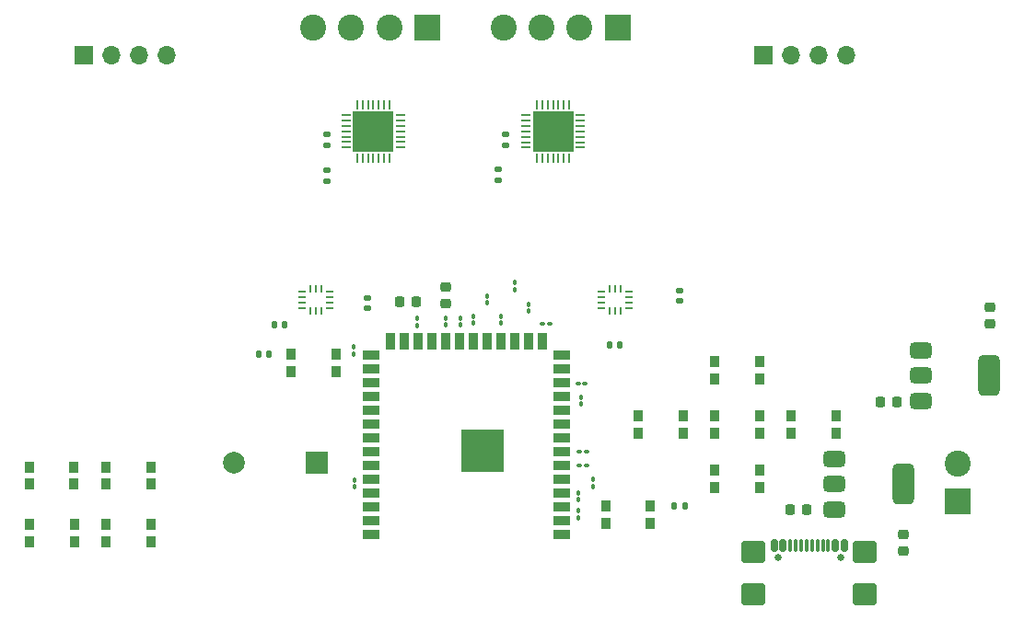
<source format=gbr>
%TF.GenerationSoftware,KiCad,Pcbnew,8.0.8-8.0.8-0~ubuntu22.04.1*%
%TF.CreationDate,2025-02-02T20:21:50-05:00*%
%TF.ProjectId,Electronics,456c6563-7472-46f6-9e69-63732e6b6963,rev?*%
%TF.SameCoordinates,Original*%
%TF.FileFunction,Soldermask,Top*%
%TF.FilePolarity,Negative*%
%FSLAX46Y46*%
G04 Gerber Fmt 4.6, Leading zero omitted, Abs format (unit mm)*
G04 Created by KiCad (PCBNEW 8.0.8-8.0.8-0~ubuntu22.04.1) date 2025-02-02 20:21:50*
%MOMM*%
%LPD*%
G01*
G04 APERTURE LIST*
G04 Aperture macros list*
%AMRoundRect*
0 Rectangle with rounded corners*
0 $1 Rounding radius*
0 $2 $3 $4 $5 $6 $7 $8 $9 X,Y pos of 4 corners*
0 Add a 4 corners polygon primitive as box body*
4,1,4,$2,$3,$4,$5,$6,$7,$8,$9,$2,$3,0*
0 Add four circle primitives for the rounded corners*
1,1,$1+$1,$2,$3*
1,1,$1+$1,$4,$5*
1,1,$1+$1,$6,$7*
1,1,$1+$1,$8,$9*
0 Add four rect primitives between the rounded corners*
20,1,$1+$1,$2,$3,$4,$5,0*
20,1,$1+$1,$4,$5,$6,$7,0*
20,1,$1+$1,$6,$7,$8,$9,0*
20,1,$1+$1,$8,$9,$2,$3,0*%
G04 Aperture macros list end*
%ADD10R,0.900000X1.000000*%
%ADD11RoundRect,0.100000X-0.100000X0.130000X-0.100000X-0.130000X0.100000X-0.130000X0.100000X0.130000X0*%
%ADD12RoundRect,0.062500X-0.325000X-0.062500X0.325000X-0.062500X0.325000X0.062500X-0.325000X0.062500X0*%
%ADD13RoundRect,0.062500X-0.062500X-0.325000X0.062500X-0.325000X0.062500X0.325000X-0.062500X0.325000X0*%
%ADD14R,3.750000X3.750000*%
%ADD15RoundRect,0.218750X-0.256250X0.218750X-0.256250X-0.218750X0.256250X-0.218750X0.256250X0.218750X0*%
%ADD16RoundRect,0.225000X-0.250000X0.225000X-0.250000X-0.225000X0.250000X-0.225000X0.250000X0.225000X0*%
%ADD17RoundRect,0.100000X0.100000X-0.130000X0.100000X0.130000X-0.100000X0.130000X-0.100000X-0.130000X0*%
%ADD18RoundRect,0.140000X-0.170000X0.140000X-0.170000X-0.140000X0.170000X-0.140000X0.170000X0.140000X0*%
%ADD19RoundRect,0.225000X0.250000X-0.225000X0.250000X0.225000X-0.250000X0.225000X-0.250000X-0.225000X0*%
%ADD20R,0.675000X0.250000*%
%ADD21R,0.250000X0.675000*%
%ADD22RoundRect,0.100000X-0.130000X-0.100000X0.130000X-0.100000X0.130000X0.100000X-0.130000X0.100000X0*%
%ADD23R,1.700000X1.700000*%
%ADD24O,1.700000X1.700000*%
%ADD25R,2.400000X2.400000*%
%ADD26C,2.400000*%
%ADD27C,0.650000*%
%ADD28RoundRect,0.150000X-0.150000X-0.425000X0.150000X-0.425000X0.150000X0.425000X-0.150000X0.425000X0*%
%ADD29RoundRect,0.075000X-0.075000X-0.500000X0.075000X-0.500000X0.075000X0.500000X-0.075000X0.500000X0*%
%ADD30RoundRect,0.250000X-0.840000X-0.750000X0.840000X-0.750000X0.840000X0.750000X-0.840000X0.750000X0*%
%ADD31RoundRect,0.375000X-0.625000X-0.375000X0.625000X-0.375000X0.625000X0.375000X-0.625000X0.375000X0*%
%ADD32RoundRect,0.500000X-0.500000X-1.400000X0.500000X-1.400000X0.500000X1.400000X-0.500000X1.400000X0*%
%ADD33RoundRect,0.140000X0.170000X-0.140000X0.170000X0.140000X-0.170000X0.140000X-0.170000X-0.140000X0*%
%ADD34RoundRect,0.225000X0.225000X0.250000X-0.225000X0.250000X-0.225000X-0.250000X0.225000X-0.250000X0*%
%ADD35RoundRect,0.140000X0.140000X0.170000X-0.140000X0.170000X-0.140000X-0.170000X0.140000X-0.170000X0*%
%ADD36RoundRect,0.140000X-0.140000X-0.170000X0.140000X-0.170000X0.140000X0.170000X-0.140000X0.170000X0*%
%ADD37R,1.500000X0.900000*%
%ADD38R,0.900000X1.500000*%
%ADD39C,0.600000*%
%ADD40R,3.900000X3.900000*%
%ADD41R,2.000000X2.000000*%
%ADD42C,2.000000*%
G04 APERTURE END LIST*
D10*
%TO.C,SW8*%
X172950000Y-115700000D03*
X177050000Y-115700000D03*
X172950000Y-117300000D03*
X177050000Y-117300000D03*
%TD*%
%TO.C,SW4*%
X179950000Y-110700000D03*
X184050000Y-110700000D03*
X179950000Y-112300000D03*
X184050000Y-112300000D03*
%TD*%
%TO.C,SW2*%
X138100000Y-106600000D03*
X134000000Y-106600000D03*
X138100000Y-105000000D03*
X134000000Y-105000000D03*
%TD*%
D11*
%TO.C,R5*%
X160400000Y-117780000D03*
X160400000Y-118420000D03*
%TD*%
D12*
%TO.C,U4*%
X155587500Y-83012500D03*
X155587500Y-83512500D03*
X155587500Y-84012500D03*
X155587500Y-84512500D03*
X155587500Y-85012500D03*
X155587500Y-85512500D03*
X155587500Y-86012500D03*
D13*
X156550000Y-86975000D03*
X157050000Y-86975000D03*
X157550000Y-86975000D03*
X158050000Y-86975000D03*
X158550000Y-86975000D03*
X159050000Y-86975000D03*
X159550000Y-86975000D03*
D12*
X160512500Y-86012500D03*
X160512500Y-85512500D03*
X160512500Y-85012500D03*
X160512500Y-84512500D03*
X160512500Y-84012500D03*
X160512500Y-83512500D03*
X160512500Y-83012500D03*
D13*
X159550000Y-82050000D03*
X159050000Y-82050000D03*
X158550000Y-82050000D03*
X158050000Y-82050000D03*
X157550000Y-82050000D03*
X157050000Y-82050000D03*
X156550000Y-82050000D03*
D14*
X158050000Y-84512500D03*
%TD*%
D15*
%TO.C,D1*%
X148200000Y-98800000D03*
X148200000Y-100375000D03*
%TD*%
D10*
%TO.C,SW7*%
X172950000Y-105700000D03*
X177050000Y-105700000D03*
X172950000Y-107300000D03*
X177050000Y-107300000D03*
%TD*%
D16*
%TO.C,C12*%
X190300000Y-121625000D03*
X190300000Y-123175000D03*
%TD*%
D17*
%TO.C,R16*%
X150750000Y-102165000D03*
X150750000Y-101525000D03*
%TD*%
D10*
%TO.C,SW3*%
X172950000Y-110700000D03*
X177050000Y-110700000D03*
X172950000Y-112300000D03*
X177050000Y-112300000D03*
%TD*%
D18*
%TO.C,C2*%
X137300000Y-84820000D03*
X137300000Y-85780000D03*
%TD*%
D19*
%TO.C,C15*%
X198200000Y-102250000D03*
X198200000Y-100700000D03*
%TD*%
D17*
%TO.C,R3*%
X160600000Y-109600000D03*
X160600000Y-108960000D03*
%TD*%
D10*
%TO.C,SW10*%
X116950000Y-115400000D03*
X121050000Y-115400000D03*
X116950000Y-117000000D03*
X121050000Y-117000000D03*
%TD*%
D17*
%TO.C,R17*%
X149500000Y-102320000D03*
X149500000Y-101680000D03*
%TD*%
D10*
%TO.C,SW5*%
X165900000Y-110700000D03*
X170000000Y-110700000D03*
X165900000Y-112300000D03*
X170000000Y-112300000D03*
%TD*%
D20*
%TO.C,U2*%
X134975000Y-99262500D03*
X134975000Y-99762500D03*
X134975000Y-100262500D03*
X134975000Y-100762500D03*
D21*
X135737500Y-101025000D03*
X136237500Y-101025000D03*
X136737500Y-101025000D03*
D20*
X137500000Y-100762500D03*
X137500000Y-100262500D03*
X137500000Y-99762500D03*
X137500000Y-99262500D03*
D21*
X136737500Y-99000000D03*
X136237500Y-99000000D03*
X135737500Y-99000000D03*
%TD*%
D22*
%TO.C,R11*%
X160500000Y-114000000D03*
X161140000Y-114000000D03*
%TD*%
D23*
%TO.C,U5*%
X177420000Y-77500000D03*
D24*
X179960000Y-77500000D03*
X182500000Y-77500000D03*
X185040000Y-77500000D03*
%TD*%
D25*
%TO.C,J1*%
X164000000Y-75000000D03*
D26*
X160500000Y-75000000D03*
X157000000Y-75000000D03*
X153500000Y-75000000D03*
%TD*%
D11*
%TO.C,R8*%
X139700000Y-104360000D03*
X139700000Y-105000000D03*
%TD*%
D27*
%TO.C,P1*%
X178720000Y-123700000D03*
X184500000Y-123700000D03*
D28*
X178410000Y-122625000D03*
X179210000Y-122625000D03*
D29*
X180360000Y-122625000D03*
X181360000Y-122625000D03*
X181860000Y-122625000D03*
X182860000Y-122625000D03*
D28*
X184010000Y-122625000D03*
X184810000Y-122625000D03*
X184810000Y-122625000D03*
X184010000Y-122625000D03*
D29*
X183360000Y-122625000D03*
X182360000Y-122625000D03*
X180860000Y-122625000D03*
X179860000Y-122625000D03*
D28*
X179210000Y-122625000D03*
X178410000Y-122625000D03*
D30*
X176500000Y-123200000D03*
X176500000Y-127130000D03*
X186720000Y-123200000D03*
X186720000Y-127130000D03*
%TD*%
D10*
%TO.C,SW11*%
X109950000Y-120700000D03*
X114050000Y-120700000D03*
X109950000Y-122300000D03*
X114050000Y-122300000D03*
%TD*%
D31*
%TO.C,U6*%
X183950000Y-114700000D03*
X183950000Y-117000000D03*
D32*
X190250000Y-117000000D03*
D31*
X183950000Y-119300000D03*
%TD*%
D17*
%TO.C,R7*%
X155800000Y-101065000D03*
X155800000Y-100425000D03*
%TD*%
D18*
%TO.C,C19*%
X169700000Y-99140000D03*
X169700000Y-100100000D03*
%TD*%
D11*
%TO.C,R9*%
X161700000Y-116535000D03*
X161700000Y-117175000D03*
%TD*%
D18*
%TO.C,C4*%
X153700000Y-84820000D03*
X153700000Y-85780000D03*
%TD*%
D12*
%TO.C,U3*%
X139075000Y-83000000D03*
X139075000Y-83500000D03*
X139075000Y-84000000D03*
X139075000Y-84500000D03*
X139075000Y-85000000D03*
X139075000Y-85500000D03*
X139075000Y-86000000D03*
D13*
X140037500Y-86962500D03*
X140537500Y-86962500D03*
X141037500Y-86962500D03*
X141537500Y-86962500D03*
X142037500Y-86962500D03*
X142537500Y-86962500D03*
X143037500Y-86962500D03*
D12*
X144000000Y-86000000D03*
X144000000Y-85500000D03*
X144000000Y-85000000D03*
X144000000Y-84500000D03*
X144000000Y-84000000D03*
X144000000Y-83500000D03*
X144000000Y-83000000D03*
D13*
X143037500Y-82037500D03*
X142537500Y-82037500D03*
X142037500Y-82037500D03*
X141537500Y-82037500D03*
X141037500Y-82037500D03*
X140537500Y-82037500D03*
X140037500Y-82037500D03*
D14*
X141537500Y-84500000D03*
%TD*%
D17*
%TO.C,R14*%
X153300000Y-102175000D03*
X153300000Y-101535000D03*
%TD*%
D22*
%TO.C,R10*%
X160500000Y-115250000D03*
X161140000Y-115250000D03*
%TD*%
D25*
%TO.C,BT1*%
X195300000Y-118600000D03*
D26*
X195300000Y-115100000D03*
%TD*%
D33*
%TO.C,C1*%
X137300000Y-89080000D03*
X137300000Y-88120000D03*
%TD*%
D34*
%TO.C,C5*%
X145475000Y-100200000D03*
X143925000Y-100200000D03*
%TD*%
D31*
%TO.C,U7*%
X191850000Y-104700000D03*
X191850000Y-107000000D03*
D32*
X198150000Y-107000000D03*
D31*
X191850000Y-109300000D03*
%TD*%
D17*
%TO.C,R1*%
X145600000Y-102365000D03*
X145600000Y-101725000D03*
%TD*%
%TO.C,R15*%
X152000000Y-100320000D03*
X152000000Y-99680000D03*
%TD*%
D33*
%TO.C,C3*%
X153000000Y-88980000D03*
X153000000Y-88020000D03*
%TD*%
D10*
%TO.C,SW9*%
X109900000Y-115400000D03*
X114000000Y-115400000D03*
X109900000Y-117000000D03*
X114000000Y-117000000D03*
%TD*%
D18*
%TO.C,C16*%
X141000000Y-99820000D03*
X141000000Y-100780000D03*
%TD*%
D35*
%TO.C,C6*%
X170180000Y-119000000D03*
X169220000Y-119000000D03*
%TD*%
D10*
%TO.C,SW1*%
X167000000Y-120600000D03*
X162900000Y-120600000D03*
X167000000Y-119000000D03*
X162900000Y-119000000D03*
%TD*%
D17*
%TO.C,R13*%
X154500000Y-99065000D03*
X154500000Y-98425000D03*
%TD*%
D36*
%TO.C,C18*%
X132420000Y-102300000D03*
X133380000Y-102300000D03*
%TD*%
D20*
%TO.C,U8*%
X162500000Y-99250000D03*
X162500000Y-99750000D03*
X162500000Y-100250000D03*
X162500000Y-100750000D03*
D21*
X163262500Y-101012500D03*
X163762500Y-101012500D03*
X164262500Y-101012500D03*
D20*
X165025000Y-100750000D03*
X165025000Y-100250000D03*
X165025000Y-99750000D03*
X165025000Y-99250000D03*
D21*
X164262500Y-98987500D03*
X163762500Y-98987500D03*
X163262500Y-98987500D03*
%TD*%
D34*
%TO.C,C14*%
X189675000Y-109400000D03*
X188125000Y-109400000D03*
%TD*%
%TO.C,C13*%
X181375000Y-119300000D03*
X179825000Y-119300000D03*
%TD*%
D22*
%TO.C,R4*%
X157080000Y-102200000D03*
X157720000Y-102200000D03*
%TD*%
%TO.C,R12*%
X160360000Y-107750000D03*
X161000000Y-107750000D03*
%TD*%
D23*
%TO.C,U9*%
X114920000Y-77500000D03*
D24*
X117460000Y-77500000D03*
X120000000Y-77500000D03*
X122540000Y-77500000D03*
%TD*%
D17*
%TO.C,R18*%
X148200000Y-102320000D03*
X148200000Y-101680000D03*
%TD*%
D37*
%TO.C,U1*%
X158850000Y-121620000D03*
X158850000Y-120350000D03*
X158850000Y-119080000D03*
X158850000Y-117810000D03*
X158850000Y-116540000D03*
X158850000Y-115270000D03*
X158850000Y-114000000D03*
X158850000Y-112730000D03*
X158850000Y-111460000D03*
X158850000Y-110190000D03*
X158850000Y-108920000D03*
X158850000Y-107650000D03*
X158850000Y-106380000D03*
X158850000Y-105110000D03*
D38*
X157085000Y-103860000D03*
X155815000Y-103860000D03*
X154545000Y-103860000D03*
X153275000Y-103860000D03*
X152005000Y-103860000D03*
X150735000Y-103860000D03*
X149465000Y-103860000D03*
X148195000Y-103860000D03*
X146925000Y-103860000D03*
X145655000Y-103860000D03*
X144385000Y-103860000D03*
X143115000Y-103860000D03*
D37*
X141350000Y-105110000D03*
X141350000Y-106380000D03*
X141350000Y-107650000D03*
X141350000Y-108920000D03*
X141350000Y-110190000D03*
X141350000Y-111460000D03*
X141350000Y-112730000D03*
X141350000Y-114000000D03*
X141350000Y-115270000D03*
X141350000Y-116540000D03*
X141350000Y-117810000D03*
X141350000Y-119080000D03*
X141350000Y-120350000D03*
X141350000Y-121620000D03*
D39*
X153000000Y-114600000D03*
X153000000Y-113200000D03*
X152300000Y-115300000D03*
X152300000Y-113900000D03*
X152300000Y-112500000D03*
X151600000Y-114600000D03*
D40*
X151600000Y-113900000D03*
D39*
X151600000Y-113200000D03*
X150900000Y-115300000D03*
X150900000Y-113900000D03*
X150900000Y-112500000D03*
X150200000Y-114600000D03*
X150200000Y-113200000D03*
%TD*%
D10*
%TO.C,SW6*%
X116950000Y-120700000D03*
X121050000Y-120700000D03*
X116950000Y-122300000D03*
X121050000Y-122300000D03*
%TD*%
D35*
%TO.C,C17*%
X164180000Y-104200000D03*
X163220000Y-104200000D03*
%TD*%
D25*
%TO.C,J3*%
X146500000Y-75000000D03*
D26*
X143000000Y-75000000D03*
X139500000Y-75000000D03*
X136000000Y-75000000D03*
%TD*%
D17*
%TO.C,R2*%
X139800000Y-117220000D03*
X139800000Y-116580000D03*
%TD*%
D11*
%TO.C,R6*%
X160400000Y-119425000D03*
X160400000Y-120065000D03*
%TD*%
D36*
%TO.C,C11*%
X130995000Y-105000000D03*
X131955000Y-105000000D03*
%TD*%
D41*
%TO.C,BZ1*%
X136300000Y-115000000D03*
D42*
X128700000Y-115000000D03*
%TD*%
M02*

</source>
